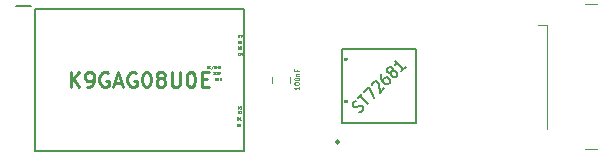
<source format=gbr>
%TF.GenerationSoftware,KiCad,Pcbnew,(6.0.5)*%
%TF.CreationDate,2023-05-24T20:51:29+03:00*%
%TF.ProjectId,USB_MASS_STORAGE_DEVICE,5553425f-4d41-4535-935f-53544f524147,rev?*%
%TF.SameCoordinates,Original*%
%TF.FileFunction,Legend,Top*%
%TF.FilePolarity,Positive*%
%FSLAX46Y46*%
G04 Gerber Fmt 4.6, Leading zero omitted, Abs format (unit mm)*
G04 Created by KiCad (PCBNEW (6.0.5)) date 2023-05-24 20:51:29*
%MOMM*%
%LPD*%
G01*
G04 APERTURE LIST*
%ADD10C,0.050000*%
%ADD11C,0.254000*%
%ADD12C,0.200000*%
%ADD13C,0.100000*%
%ADD14C,0.120000*%
G04 APERTURE END LIST*
D10*
X134083333Y-95090476D02*
X134083333Y-94890476D01*
X134197619Y-95090476D01*
X134197619Y-94890476D01*
X134407142Y-95071428D02*
X134397619Y-95080952D01*
X134369047Y-95090476D01*
X134350000Y-95090476D01*
X134321428Y-95080952D01*
X134302380Y-95061904D01*
X134292857Y-95042857D01*
X134283333Y-95004761D01*
X134283333Y-94976190D01*
X134292857Y-94938095D01*
X134302380Y-94919047D01*
X134321428Y-94900000D01*
X134350000Y-94890476D01*
X134369047Y-94890476D01*
X134397619Y-94900000D01*
X134407142Y-94909523D01*
X134635714Y-94880952D02*
X134464285Y-95138095D01*
X134807142Y-94900000D02*
X134788095Y-94890476D01*
X134759523Y-94890476D01*
X134730952Y-94900000D01*
X134711904Y-94919047D01*
X134702380Y-94938095D01*
X134692857Y-94976190D01*
X134692857Y-95004761D01*
X134702380Y-95042857D01*
X134711904Y-95061904D01*
X134730952Y-95080952D01*
X134759523Y-95090476D01*
X134778571Y-95090476D01*
X134807142Y-95080952D01*
X134816666Y-95071428D01*
X134816666Y-95004761D01*
X134778571Y-95004761D01*
X134902380Y-95090476D02*
X134902380Y-94890476D01*
X135016666Y-95090476D01*
X135016666Y-94890476D01*
X135111904Y-95090476D02*
X135111904Y-94890476D01*
X135159523Y-94890476D01*
X135188095Y-94900000D01*
X135207142Y-94919047D01*
X135216666Y-94938095D01*
X135226190Y-94976190D01*
X135226190Y-95004761D01*
X135216666Y-95042857D01*
X135207142Y-95061904D01*
X135188095Y-95080952D01*
X135159523Y-95090476D01*
X135111904Y-95090476D01*
X134872619Y-95925000D02*
X134853571Y-95915476D01*
X134825000Y-95915476D01*
X134796428Y-95925000D01*
X134777380Y-95944047D01*
X134767857Y-95963095D01*
X134758333Y-96001190D01*
X134758333Y-96029761D01*
X134767857Y-96067857D01*
X134777380Y-96086904D01*
X134796428Y-96105952D01*
X134825000Y-96115476D01*
X134844047Y-96115476D01*
X134872619Y-96105952D01*
X134882142Y-96096428D01*
X134882142Y-96029761D01*
X134844047Y-96029761D01*
X134967857Y-96115476D02*
X134967857Y-95915476D01*
X135082142Y-96115476D01*
X135082142Y-95915476D01*
X135177380Y-96115476D02*
X135177380Y-95915476D01*
X135225000Y-95915476D01*
X135253571Y-95925000D01*
X135272619Y-95944047D01*
X135282142Y-95963095D01*
X135291666Y-96001190D01*
X135291666Y-96029761D01*
X135282142Y-96067857D01*
X135272619Y-96086904D01*
X135253571Y-96105952D01*
X135225000Y-96115476D01*
X135177380Y-96115476D01*
X134629761Y-95415476D02*
X134753571Y-95415476D01*
X134686904Y-95491666D01*
X134715476Y-95491666D01*
X134734523Y-95501190D01*
X134744047Y-95510714D01*
X134753571Y-95529761D01*
X134753571Y-95577380D01*
X134744047Y-95596428D01*
X134734523Y-95605952D01*
X134715476Y-95615476D01*
X134658333Y-95615476D01*
X134639285Y-95605952D01*
X134629761Y-95596428D01*
X134839285Y-95596428D02*
X134848809Y-95605952D01*
X134839285Y-95615476D01*
X134829761Y-95605952D01*
X134839285Y-95596428D01*
X134839285Y-95615476D01*
X134915476Y-95415476D02*
X135039285Y-95415476D01*
X134972619Y-95491666D01*
X135001190Y-95491666D01*
X135020238Y-95501190D01*
X135029761Y-95510714D01*
X135039285Y-95529761D01*
X135039285Y-95577380D01*
X135029761Y-95596428D01*
X135020238Y-95605952D01*
X135001190Y-95615476D01*
X134944047Y-95615476D01*
X134925000Y-95605952D01*
X134915476Y-95596428D01*
X135096428Y-95415476D02*
X135163095Y-95615476D01*
X135229761Y-95415476D01*
X136677380Y-99465476D02*
X136677380Y-99265476D01*
X136725000Y-99265476D01*
X136753571Y-99275000D01*
X136772619Y-99294047D01*
X136782142Y-99313095D01*
X136791666Y-99351190D01*
X136791666Y-99379761D01*
X136782142Y-99417857D01*
X136772619Y-99436904D01*
X136753571Y-99455952D01*
X136725000Y-99465476D01*
X136677380Y-99465476D01*
X136982142Y-99465476D02*
X136867857Y-99465476D01*
X136925000Y-99465476D02*
X136925000Y-99265476D01*
X136905952Y-99294047D01*
X136886904Y-99313095D01*
X136867857Y-99322619D01*
X136702380Y-98915476D02*
X136702380Y-98715476D01*
X136750000Y-98715476D01*
X136778571Y-98725000D01*
X136797619Y-98744047D01*
X136807142Y-98763095D01*
X136816666Y-98801190D01*
X136816666Y-98829761D01*
X136807142Y-98867857D01*
X136797619Y-98886904D01*
X136778571Y-98905952D01*
X136750000Y-98915476D01*
X136702380Y-98915476D01*
X136892857Y-98734523D02*
X136902380Y-98725000D01*
X136921428Y-98715476D01*
X136969047Y-98715476D01*
X136988095Y-98725000D01*
X136997619Y-98734523D01*
X137007142Y-98753571D01*
X137007142Y-98772619D01*
X136997619Y-98801190D01*
X136883333Y-98915476D01*
X137007142Y-98915476D01*
X136726049Y-92986133D02*
X136726049Y-92786133D01*
X136773669Y-92786133D01*
X136802240Y-92795657D01*
X136821288Y-92814704D01*
X136830811Y-92833752D01*
X136840335Y-92871847D01*
X136840335Y-92900418D01*
X136830811Y-92938514D01*
X136821288Y-92957561D01*
X136802240Y-92976609D01*
X136773669Y-92986133D01*
X136726049Y-92986133D01*
X137011764Y-92786133D02*
X136973669Y-92786133D01*
X136954621Y-92795657D01*
X136945097Y-92805180D01*
X136926049Y-92833752D01*
X136916526Y-92871847D01*
X136916526Y-92948037D01*
X136926049Y-92967085D01*
X136935573Y-92976609D01*
X136954621Y-92986133D01*
X136992716Y-92986133D01*
X137011764Y-92976609D01*
X137021288Y-92967085D01*
X137030811Y-92948037D01*
X137030811Y-92900418D01*
X137021288Y-92881371D01*
X137011764Y-92871847D01*
X136992716Y-92862323D01*
X136954621Y-92862323D01*
X136935573Y-92871847D01*
X136926049Y-92881371D01*
X136916526Y-92900418D01*
X136727380Y-93465476D02*
X136727380Y-93265476D01*
X136775000Y-93265476D01*
X136803571Y-93275000D01*
X136822619Y-93294047D01*
X136832142Y-93313095D01*
X136841666Y-93351190D01*
X136841666Y-93379761D01*
X136832142Y-93417857D01*
X136822619Y-93436904D01*
X136803571Y-93455952D01*
X136775000Y-93465476D01*
X136727380Y-93465476D01*
X137022619Y-93265476D02*
X136927380Y-93265476D01*
X136917857Y-93360714D01*
X136927380Y-93351190D01*
X136946428Y-93341666D01*
X136994047Y-93341666D01*
X137013095Y-93351190D01*
X137022619Y-93360714D01*
X137032142Y-93379761D01*
X137032142Y-93427380D01*
X137022619Y-93446428D01*
X137013095Y-93455952D01*
X136994047Y-93465476D01*
X136946428Y-93465476D01*
X136927380Y-93455952D01*
X136917857Y-93446428D01*
X136627380Y-100040476D02*
X136627380Y-99840476D01*
X136675000Y-99840476D01*
X136703571Y-99850000D01*
X136722619Y-99869047D01*
X136732142Y-99888095D01*
X136741666Y-99926190D01*
X136741666Y-99954761D01*
X136732142Y-99992857D01*
X136722619Y-100011904D01*
X136703571Y-100030952D01*
X136675000Y-100040476D01*
X136627380Y-100040476D01*
X136865476Y-99840476D02*
X136884523Y-99840476D01*
X136903571Y-99850000D01*
X136913095Y-99859523D01*
X136922619Y-99878571D01*
X136932142Y-99916666D01*
X136932142Y-99964285D01*
X136922619Y-100002380D01*
X136913095Y-100021428D01*
X136903571Y-100030952D01*
X136884523Y-100040476D01*
X136865476Y-100040476D01*
X136846428Y-100030952D01*
X136836904Y-100021428D01*
X136827380Y-100002380D01*
X136817857Y-99964285D01*
X136817857Y-99916666D01*
X136827380Y-99878571D01*
X136836904Y-99859523D01*
X136846428Y-99850000D01*
X136865476Y-99840476D01*
X136702380Y-98540476D02*
X136702380Y-98340476D01*
X136750000Y-98340476D01*
X136778571Y-98350000D01*
X136797619Y-98369047D01*
X136807142Y-98388095D01*
X136816666Y-98426190D01*
X136816666Y-98454761D01*
X136807142Y-98492857D01*
X136797619Y-98511904D01*
X136778571Y-98530952D01*
X136750000Y-98540476D01*
X136702380Y-98540476D01*
X136883333Y-98340476D02*
X137007142Y-98340476D01*
X136940476Y-98416666D01*
X136969047Y-98416666D01*
X136988095Y-98426190D01*
X136997619Y-98435714D01*
X137007142Y-98454761D01*
X137007142Y-98502380D01*
X136997619Y-98521428D01*
X136988095Y-98530952D01*
X136969047Y-98540476D01*
X136911904Y-98540476D01*
X136892857Y-98530952D01*
X136883333Y-98521428D01*
X136727380Y-92490476D02*
X136727380Y-92290476D01*
X136775000Y-92290476D01*
X136803571Y-92300000D01*
X136822619Y-92319047D01*
X136832142Y-92338095D01*
X136841666Y-92376190D01*
X136841666Y-92404761D01*
X136832142Y-92442857D01*
X136822619Y-92461904D01*
X136803571Y-92480952D01*
X136775000Y-92490476D01*
X136727380Y-92490476D01*
X136908333Y-92290476D02*
X137041666Y-92290476D01*
X136955952Y-92490476D01*
X136777380Y-93990476D02*
X136777380Y-93790476D01*
X136825000Y-93790476D01*
X136853571Y-93800000D01*
X136872619Y-93819047D01*
X136882142Y-93838095D01*
X136891666Y-93876190D01*
X136891666Y-93904761D01*
X136882142Y-93942857D01*
X136872619Y-93961904D01*
X136853571Y-93980952D01*
X136825000Y-93990476D01*
X136777380Y-93990476D01*
X137063095Y-93857142D02*
X137063095Y-93990476D01*
X137015476Y-93780952D02*
X136967857Y-93923809D01*
X137091666Y-93923809D01*
X145677380Y-94440476D02*
X145677380Y-94240476D01*
X145725000Y-94240476D01*
X145753571Y-94250000D01*
X145772619Y-94269047D01*
X145782142Y-94288095D01*
X145791666Y-94326190D01*
X145791666Y-94354761D01*
X145782142Y-94392857D01*
X145772619Y-94411904D01*
X145753571Y-94430952D01*
X145725000Y-94440476D01*
X145677380Y-94440476D01*
X145858333Y-94240476D02*
X145991666Y-94240476D01*
X145905952Y-94440476D01*
X145677380Y-97965476D02*
X145677380Y-97765476D01*
X145725000Y-97765476D01*
X145753571Y-97775000D01*
X145772619Y-97794047D01*
X145782142Y-97813095D01*
X145791666Y-97851190D01*
X145791666Y-97879761D01*
X145782142Y-97917857D01*
X145772619Y-97936904D01*
X145753571Y-97955952D01*
X145725000Y-97965476D01*
X145677380Y-97965476D01*
X145915476Y-97765476D02*
X145934523Y-97765476D01*
X145953571Y-97775000D01*
X145963095Y-97784523D01*
X145972619Y-97803571D01*
X145982142Y-97841666D01*
X145982142Y-97889285D01*
X145972619Y-97927380D01*
X145963095Y-97946428D01*
X145953571Y-97955952D01*
X145934523Y-97965476D01*
X145915476Y-97965476D01*
X145896428Y-97955952D01*
X145886904Y-97946428D01*
X145877380Y-97927380D01*
X145867857Y-97889285D01*
X145867857Y-97841666D01*
X145877380Y-97803571D01*
X145886904Y-97784523D01*
X145896428Y-97775000D01*
X145915476Y-97765476D01*
D11*
%TO.C,K9GAG08U0E*%
X122594285Y-96699523D02*
X122594285Y-95429523D01*
X123320000Y-96699523D02*
X122775714Y-95973809D01*
X123320000Y-95429523D02*
X122594285Y-96155238D01*
X123924761Y-96699523D02*
X124166666Y-96699523D01*
X124287619Y-96639047D01*
X124348095Y-96578571D01*
X124469047Y-96397142D01*
X124529523Y-96155238D01*
X124529523Y-95671428D01*
X124469047Y-95550476D01*
X124408571Y-95490000D01*
X124287619Y-95429523D01*
X124045714Y-95429523D01*
X123924761Y-95490000D01*
X123864285Y-95550476D01*
X123803809Y-95671428D01*
X123803809Y-95973809D01*
X123864285Y-96094761D01*
X123924761Y-96155238D01*
X124045714Y-96215714D01*
X124287619Y-96215714D01*
X124408571Y-96155238D01*
X124469047Y-96094761D01*
X124529523Y-95973809D01*
X125739047Y-95490000D02*
X125618095Y-95429523D01*
X125436666Y-95429523D01*
X125255238Y-95490000D01*
X125134285Y-95610952D01*
X125073809Y-95731904D01*
X125013333Y-95973809D01*
X125013333Y-96155238D01*
X125073809Y-96397142D01*
X125134285Y-96518095D01*
X125255238Y-96639047D01*
X125436666Y-96699523D01*
X125557619Y-96699523D01*
X125739047Y-96639047D01*
X125799523Y-96578571D01*
X125799523Y-96155238D01*
X125557619Y-96155238D01*
X126283333Y-96336666D02*
X126888095Y-96336666D01*
X126162380Y-96699523D02*
X126585714Y-95429523D01*
X127009047Y-96699523D01*
X128097619Y-95490000D02*
X127976666Y-95429523D01*
X127795238Y-95429523D01*
X127613809Y-95490000D01*
X127492857Y-95610952D01*
X127432380Y-95731904D01*
X127371904Y-95973809D01*
X127371904Y-96155238D01*
X127432380Y-96397142D01*
X127492857Y-96518095D01*
X127613809Y-96639047D01*
X127795238Y-96699523D01*
X127916190Y-96699523D01*
X128097619Y-96639047D01*
X128158095Y-96578571D01*
X128158095Y-96155238D01*
X127916190Y-96155238D01*
X128944285Y-95429523D02*
X129065238Y-95429523D01*
X129186190Y-95490000D01*
X129246666Y-95550476D01*
X129307142Y-95671428D01*
X129367619Y-95913333D01*
X129367619Y-96215714D01*
X129307142Y-96457619D01*
X129246666Y-96578571D01*
X129186190Y-96639047D01*
X129065238Y-96699523D01*
X128944285Y-96699523D01*
X128823333Y-96639047D01*
X128762857Y-96578571D01*
X128702380Y-96457619D01*
X128641904Y-96215714D01*
X128641904Y-95913333D01*
X128702380Y-95671428D01*
X128762857Y-95550476D01*
X128823333Y-95490000D01*
X128944285Y-95429523D01*
X130093333Y-95973809D02*
X129972380Y-95913333D01*
X129911904Y-95852857D01*
X129851428Y-95731904D01*
X129851428Y-95671428D01*
X129911904Y-95550476D01*
X129972380Y-95490000D01*
X130093333Y-95429523D01*
X130335238Y-95429523D01*
X130456190Y-95490000D01*
X130516666Y-95550476D01*
X130577142Y-95671428D01*
X130577142Y-95731904D01*
X130516666Y-95852857D01*
X130456190Y-95913333D01*
X130335238Y-95973809D01*
X130093333Y-95973809D01*
X129972380Y-96034285D01*
X129911904Y-96094761D01*
X129851428Y-96215714D01*
X129851428Y-96457619D01*
X129911904Y-96578571D01*
X129972380Y-96639047D01*
X130093333Y-96699523D01*
X130335238Y-96699523D01*
X130456190Y-96639047D01*
X130516666Y-96578571D01*
X130577142Y-96457619D01*
X130577142Y-96215714D01*
X130516666Y-96094761D01*
X130456190Y-96034285D01*
X130335238Y-95973809D01*
X131121428Y-95429523D02*
X131121428Y-96457619D01*
X131181904Y-96578571D01*
X131242380Y-96639047D01*
X131363333Y-96699523D01*
X131605238Y-96699523D01*
X131726190Y-96639047D01*
X131786666Y-96578571D01*
X131847142Y-96457619D01*
X131847142Y-95429523D01*
X132693809Y-95429523D02*
X132814761Y-95429523D01*
X132935714Y-95490000D01*
X132996190Y-95550476D01*
X133056666Y-95671428D01*
X133117142Y-95913333D01*
X133117142Y-96215714D01*
X133056666Y-96457619D01*
X132996190Y-96578571D01*
X132935714Y-96639047D01*
X132814761Y-96699523D01*
X132693809Y-96699523D01*
X132572857Y-96639047D01*
X132512380Y-96578571D01*
X132451904Y-96457619D01*
X132391428Y-96215714D01*
X132391428Y-95913333D01*
X132451904Y-95671428D01*
X132512380Y-95550476D01*
X132572857Y-95490000D01*
X132693809Y-95429523D01*
X133661428Y-96034285D02*
X134084761Y-96034285D01*
X134266190Y-96699523D02*
X133661428Y-96699523D01*
X133661428Y-95429523D01*
X134266190Y-95429523D01*
D12*
%TO.C,ST72681*%
X147021717Y-98850702D02*
X147146302Y-98793460D01*
X147297825Y-98641937D01*
X147324762Y-98547657D01*
X147321395Y-98483680D01*
X147284356Y-98386032D01*
X147217013Y-98318689D01*
X147119365Y-98281650D01*
X147055388Y-98278282D01*
X146961107Y-98305220D01*
X146806217Y-98392766D01*
X146711936Y-98419704D01*
X146647960Y-98416337D01*
X146550312Y-98379298D01*
X146482968Y-98311954D01*
X146445930Y-98214306D01*
X146442562Y-98150330D01*
X146469500Y-98056049D01*
X146621023Y-97904526D01*
X146745608Y-97847284D01*
X146893764Y-97631785D02*
X147257419Y-97268130D01*
X147782698Y-98157064D02*
X147075591Y-97449957D01*
X147408942Y-97116607D02*
X147833206Y-96692343D01*
X148267571Y-97672191D01*
X148112681Y-96547554D02*
X148109314Y-96483578D01*
X148136251Y-96389297D01*
X148287774Y-96237774D01*
X148382055Y-96210837D01*
X148446032Y-96214204D01*
X148543680Y-96251243D01*
X148611023Y-96318587D01*
X148681734Y-96449906D01*
X148722140Y-97217622D01*
X149116099Y-96823663D01*
X148954475Y-95571074D02*
X148833257Y-95692292D01*
X148806319Y-95786573D01*
X148809687Y-95850549D01*
X148850093Y-96012174D01*
X148954475Y-96177165D01*
X149223849Y-96446539D01*
X149321497Y-96483578D01*
X149385473Y-96486945D01*
X149479754Y-96460008D01*
X149600973Y-96338790D01*
X149627910Y-96244509D01*
X149624543Y-96180532D01*
X149587504Y-96082884D01*
X149419145Y-95914526D01*
X149321497Y-95877487D01*
X149257521Y-95874119D01*
X149163240Y-95901057D01*
X149042022Y-96022275D01*
X149015084Y-96116556D01*
X149018451Y-96180532D01*
X149055490Y-96278180D01*
X149681785Y-95449855D02*
X149587504Y-95476793D01*
X149523528Y-95473426D01*
X149425880Y-95436387D01*
X149392208Y-95402715D01*
X149355169Y-95305067D01*
X149351802Y-95241091D01*
X149378739Y-95146810D01*
X149499957Y-95025591D01*
X149594238Y-94998654D01*
X149658215Y-95002021D01*
X149755863Y-95039060D01*
X149789534Y-95072732D01*
X149826573Y-95170380D01*
X149829941Y-95234356D01*
X149803003Y-95328637D01*
X149681785Y-95449855D01*
X149654847Y-95544136D01*
X149658215Y-95608113D01*
X149695254Y-95705761D01*
X149829941Y-95840448D01*
X149927589Y-95877487D01*
X149991565Y-95880854D01*
X150085846Y-95853916D01*
X150207064Y-95732698D01*
X150234002Y-95638417D01*
X150230634Y-95574441D01*
X150193595Y-95476793D01*
X150058908Y-95342106D01*
X149961260Y-95305067D01*
X149897284Y-95301700D01*
X149803003Y-95328637D01*
X150934374Y-95005388D02*
X150570719Y-95369043D01*
X150752547Y-95187216D02*
X150045440Y-94480109D01*
X150085846Y-94641733D01*
X150092580Y-94769686D01*
X150065643Y-94863967D01*
D13*
%TO.C,100nF*%
X141905952Y-96669047D02*
X141905952Y-96897619D01*
X141905952Y-96783333D02*
X141505952Y-96783333D01*
X141563095Y-96821428D01*
X141601190Y-96859523D01*
X141620238Y-96897619D01*
X141505952Y-96421428D02*
X141505952Y-96383333D01*
X141525000Y-96345238D01*
X141544047Y-96326190D01*
X141582142Y-96307142D01*
X141658333Y-96288095D01*
X141753571Y-96288095D01*
X141829761Y-96307142D01*
X141867857Y-96326190D01*
X141886904Y-96345238D01*
X141905952Y-96383333D01*
X141905952Y-96421428D01*
X141886904Y-96459523D01*
X141867857Y-96478571D01*
X141829761Y-96497619D01*
X141753571Y-96516666D01*
X141658333Y-96516666D01*
X141582142Y-96497619D01*
X141544047Y-96478571D01*
X141525000Y-96459523D01*
X141505952Y-96421428D01*
X141505952Y-96040476D02*
X141505952Y-96002380D01*
X141525000Y-95964285D01*
X141544047Y-95945238D01*
X141582142Y-95926190D01*
X141658333Y-95907142D01*
X141753571Y-95907142D01*
X141829761Y-95926190D01*
X141867857Y-95945238D01*
X141886904Y-95964285D01*
X141905952Y-96002380D01*
X141905952Y-96040476D01*
X141886904Y-96078571D01*
X141867857Y-96097619D01*
X141829761Y-96116666D01*
X141753571Y-96135714D01*
X141658333Y-96135714D01*
X141582142Y-96116666D01*
X141544047Y-96097619D01*
X141525000Y-96078571D01*
X141505952Y-96040476D01*
X141639285Y-95735714D02*
X141905952Y-95735714D01*
X141677380Y-95735714D02*
X141658333Y-95716666D01*
X141639285Y-95678571D01*
X141639285Y-95621428D01*
X141658333Y-95583333D01*
X141696428Y-95564285D01*
X141905952Y-95564285D01*
X141696428Y-95240476D02*
X141696428Y-95373809D01*
X141905952Y-95373809D02*
X141505952Y-95373809D01*
X141505952Y-95183333D01*
D12*
%TO.C,K9GAG08U0E*%
X117925000Y-89875000D02*
X119200000Y-89875000D01*
X119550000Y-102125000D02*
X119550000Y-90125000D01*
X137250000Y-102125000D02*
X119550000Y-102125000D01*
X137250000Y-90125000D02*
X137250000Y-102125000D01*
X119550000Y-90125000D02*
X137250000Y-90125000D01*
D14*
%TO.C,REF\u002A\u002A*%
X166100000Y-89680000D02*
X167150000Y-89680000D01*
X162930000Y-91425000D02*
X162930000Y-100225000D01*
X162930000Y-91425000D02*
X162175000Y-91425000D01*
X166100000Y-101970000D02*
X167150000Y-101970000D01*
D11*
%TO.C,ST72681*%
X145300000Y-101350000D02*
G75*
G03*
X145300000Y-101350000I-125000J0D01*
G01*
D12*
X151825000Y-99775000D02*
X145525000Y-99775000D01*
X151825000Y-93475000D02*
X151825000Y-99775000D01*
X145525000Y-93475000D02*
X151825000Y-93475000D01*
X145525000Y-99775000D02*
X145525000Y-93475000D01*
D14*
%TO.C,100nF*%
X141110000Y-96386252D02*
X141110000Y-95863748D01*
X139640000Y-96386252D02*
X139640000Y-95863748D01*
%TD*%
M02*

</source>
